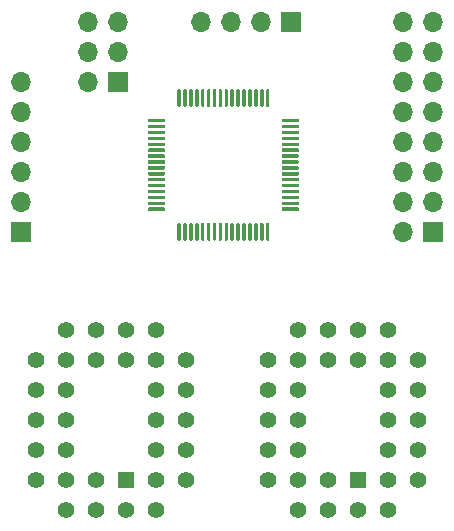
<source format=gbr>
%TF.GenerationSoftware,KiCad,Pcbnew,(5.1.10)-1*%
%TF.CreationDate,2021-12-30T15:20:09-05:00*%
%TF.ProjectId,LPCMangler,4c50434d-616e-4676-9c65-722e6b696361,rev?*%
%TF.SameCoordinates,Original*%
%TF.FileFunction,Soldermask,Bot*%
%TF.FilePolarity,Negative*%
%FSLAX46Y46*%
G04 Gerber Fmt 4.6, Leading zero omitted, Abs format (unit mm)*
G04 Created by KiCad (PCBNEW (5.1.10)-1) date 2021-12-30 15:20:09*
%MOMM*%
%LPD*%
G01*
G04 APERTURE LIST*
%ADD10C,1.422400*%
%ADD11R,1.422400X1.422400*%
%ADD12O,1.700000X1.700000*%
%ADD13R,1.700000X1.700000*%
G04 APERTURE END LIST*
%TO.C,U3*%
G36*
G01*
X161900000Y-83910000D02*
X160575000Y-83910000D01*
G75*
G02*
X160500000Y-83835000I0J75000D01*
G01*
X160500000Y-83685000D01*
G75*
G02*
X160575000Y-83610000I75000J0D01*
G01*
X161900000Y-83610000D01*
G75*
G02*
X161975000Y-83685000I0J-75000D01*
G01*
X161975000Y-83835000D01*
G75*
G02*
X161900000Y-83910000I-75000J0D01*
G01*
G37*
G36*
G01*
X161900000Y-83410000D02*
X160575000Y-83410000D01*
G75*
G02*
X160500000Y-83335000I0J75000D01*
G01*
X160500000Y-83185000D01*
G75*
G02*
X160575000Y-83110000I75000J0D01*
G01*
X161900000Y-83110000D01*
G75*
G02*
X161975000Y-83185000I0J-75000D01*
G01*
X161975000Y-83335000D01*
G75*
G02*
X161900000Y-83410000I-75000J0D01*
G01*
G37*
G36*
G01*
X161900000Y-82910000D02*
X160575000Y-82910000D01*
G75*
G02*
X160500000Y-82835000I0J75000D01*
G01*
X160500000Y-82685000D01*
G75*
G02*
X160575000Y-82610000I75000J0D01*
G01*
X161900000Y-82610000D01*
G75*
G02*
X161975000Y-82685000I0J-75000D01*
G01*
X161975000Y-82835000D01*
G75*
G02*
X161900000Y-82910000I-75000J0D01*
G01*
G37*
G36*
G01*
X161900000Y-82410000D02*
X160575000Y-82410000D01*
G75*
G02*
X160500000Y-82335000I0J75000D01*
G01*
X160500000Y-82185000D01*
G75*
G02*
X160575000Y-82110000I75000J0D01*
G01*
X161900000Y-82110000D01*
G75*
G02*
X161975000Y-82185000I0J-75000D01*
G01*
X161975000Y-82335000D01*
G75*
G02*
X161900000Y-82410000I-75000J0D01*
G01*
G37*
G36*
G01*
X161900000Y-81910000D02*
X160575000Y-81910000D01*
G75*
G02*
X160500000Y-81835000I0J75000D01*
G01*
X160500000Y-81685000D01*
G75*
G02*
X160575000Y-81610000I75000J0D01*
G01*
X161900000Y-81610000D01*
G75*
G02*
X161975000Y-81685000I0J-75000D01*
G01*
X161975000Y-81835000D01*
G75*
G02*
X161900000Y-81910000I-75000J0D01*
G01*
G37*
G36*
G01*
X161900000Y-81410000D02*
X160575000Y-81410000D01*
G75*
G02*
X160500000Y-81335000I0J75000D01*
G01*
X160500000Y-81185000D01*
G75*
G02*
X160575000Y-81110000I75000J0D01*
G01*
X161900000Y-81110000D01*
G75*
G02*
X161975000Y-81185000I0J-75000D01*
G01*
X161975000Y-81335000D01*
G75*
G02*
X161900000Y-81410000I-75000J0D01*
G01*
G37*
G36*
G01*
X161900000Y-80910000D02*
X160575000Y-80910000D01*
G75*
G02*
X160500000Y-80835000I0J75000D01*
G01*
X160500000Y-80685000D01*
G75*
G02*
X160575000Y-80610000I75000J0D01*
G01*
X161900000Y-80610000D01*
G75*
G02*
X161975000Y-80685000I0J-75000D01*
G01*
X161975000Y-80835000D01*
G75*
G02*
X161900000Y-80910000I-75000J0D01*
G01*
G37*
G36*
G01*
X161900000Y-80410000D02*
X160575000Y-80410000D01*
G75*
G02*
X160500000Y-80335000I0J75000D01*
G01*
X160500000Y-80185000D01*
G75*
G02*
X160575000Y-80110000I75000J0D01*
G01*
X161900000Y-80110000D01*
G75*
G02*
X161975000Y-80185000I0J-75000D01*
G01*
X161975000Y-80335000D01*
G75*
G02*
X161900000Y-80410000I-75000J0D01*
G01*
G37*
G36*
G01*
X161900000Y-79910000D02*
X160575000Y-79910000D01*
G75*
G02*
X160500000Y-79835000I0J75000D01*
G01*
X160500000Y-79685000D01*
G75*
G02*
X160575000Y-79610000I75000J0D01*
G01*
X161900000Y-79610000D01*
G75*
G02*
X161975000Y-79685000I0J-75000D01*
G01*
X161975000Y-79835000D01*
G75*
G02*
X161900000Y-79910000I-75000J0D01*
G01*
G37*
G36*
G01*
X161900000Y-79410000D02*
X160575000Y-79410000D01*
G75*
G02*
X160500000Y-79335000I0J75000D01*
G01*
X160500000Y-79185000D01*
G75*
G02*
X160575000Y-79110000I75000J0D01*
G01*
X161900000Y-79110000D01*
G75*
G02*
X161975000Y-79185000I0J-75000D01*
G01*
X161975000Y-79335000D01*
G75*
G02*
X161900000Y-79410000I-75000J0D01*
G01*
G37*
G36*
G01*
X161900000Y-78910000D02*
X160575000Y-78910000D01*
G75*
G02*
X160500000Y-78835000I0J75000D01*
G01*
X160500000Y-78685000D01*
G75*
G02*
X160575000Y-78610000I75000J0D01*
G01*
X161900000Y-78610000D01*
G75*
G02*
X161975000Y-78685000I0J-75000D01*
G01*
X161975000Y-78835000D01*
G75*
G02*
X161900000Y-78910000I-75000J0D01*
G01*
G37*
G36*
G01*
X161900000Y-78410000D02*
X160575000Y-78410000D01*
G75*
G02*
X160500000Y-78335000I0J75000D01*
G01*
X160500000Y-78185000D01*
G75*
G02*
X160575000Y-78110000I75000J0D01*
G01*
X161900000Y-78110000D01*
G75*
G02*
X161975000Y-78185000I0J-75000D01*
G01*
X161975000Y-78335000D01*
G75*
G02*
X161900000Y-78410000I-75000J0D01*
G01*
G37*
G36*
G01*
X161900000Y-77910000D02*
X160575000Y-77910000D01*
G75*
G02*
X160500000Y-77835000I0J75000D01*
G01*
X160500000Y-77685000D01*
G75*
G02*
X160575000Y-77610000I75000J0D01*
G01*
X161900000Y-77610000D01*
G75*
G02*
X161975000Y-77685000I0J-75000D01*
G01*
X161975000Y-77835000D01*
G75*
G02*
X161900000Y-77910000I-75000J0D01*
G01*
G37*
G36*
G01*
X161900000Y-77410000D02*
X160575000Y-77410000D01*
G75*
G02*
X160500000Y-77335000I0J75000D01*
G01*
X160500000Y-77185000D01*
G75*
G02*
X160575000Y-77110000I75000J0D01*
G01*
X161900000Y-77110000D01*
G75*
G02*
X161975000Y-77185000I0J-75000D01*
G01*
X161975000Y-77335000D01*
G75*
G02*
X161900000Y-77410000I-75000J0D01*
G01*
G37*
G36*
G01*
X161900000Y-76910000D02*
X160575000Y-76910000D01*
G75*
G02*
X160500000Y-76835000I0J75000D01*
G01*
X160500000Y-76685000D01*
G75*
G02*
X160575000Y-76610000I75000J0D01*
G01*
X161900000Y-76610000D01*
G75*
G02*
X161975000Y-76685000I0J-75000D01*
G01*
X161975000Y-76835000D01*
G75*
G02*
X161900000Y-76910000I-75000J0D01*
G01*
G37*
G36*
G01*
X161900000Y-76410000D02*
X160575000Y-76410000D01*
G75*
G02*
X160500000Y-76335000I0J75000D01*
G01*
X160500000Y-76185000D01*
G75*
G02*
X160575000Y-76110000I75000J0D01*
G01*
X161900000Y-76110000D01*
G75*
G02*
X161975000Y-76185000I0J-75000D01*
G01*
X161975000Y-76335000D01*
G75*
G02*
X161900000Y-76410000I-75000J0D01*
G01*
G37*
G36*
G01*
X159400000Y-75085000D02*
X159250000Y-75085000D01*
G75*
G02*
X159175000Y-75010000I0J75000D01*
G01*
X159175000Y-73685000D01*
G75*
G02*
X159250000Y-73610000I75000J0D01*
G01*
X159400000Y-73610000D01*
G75*
G02*
X159475000Y-73685000I0J-75000D01*
G01*
X159475000Y-75010000D01*
G75*
G02*
X159400000Y-75085000I-75000J0D01*
G01*
G37*
G36*
G01*
X158900000Y-75085000D02*
X158750000Y-75085000D01*
G75*
G02*
X158675000Y-75010000I0J75000D01*
G01*
X158675000Y-73685000D01*
G75*
G02*
X158750000Y-73610000I75000J0D01*
G01*
X158900000Y-73610000D01*
G75*
G02*
X158975000Y-73685000I0J-75000D01*
G01*
X158975000Y-75010000D01*
G75*
G02*
X158900000Y-75085000I-75000J0D01*
G01*
G37*
G36*
G01*
X158400000Y-75085000D02*
X158250000Y-75085000D01*
G75*
G02*
X158175000Y-75010000I0J75000D01*
G01*
X158175000Y-73685000D01*
G75*
G02*
X158250000Y-73610000I75000J0D01*
G01*
X158400000Y-73610000D01*
G75*
G02*
X158475000Y-73685000I0J-75000D01*
G01*
X158475000Y-75010000D01*
G75*
G02*
X158400000Y-75085000I-75000J0D01*
G01*
G37*
G36*
G01*
X157900000Y-75085000D02*
X157750000Y-75085000D01*
G75*
G02*
X157675000Y-75010000I0J75000D01*
G01*
X157675000Y-73685000D01*
G75*
G02*
X157750000Y-73610000I75000J0D01*
G01*
X157900000Y-73610000D01*
G75*
G02*
X157975000Y-73685000I0J-75000D01*
G01*
X157975000Y-75010000D01*
G75*
G02*
X157900000Y-75085000I-75000J0D01*
G01*
G37*
G36*
G01*
X157400000Y-75085000D02*
X157250000Y-75085000D01*
G75*
G02*
X157175000Y-75010000I0J75000D01*
G01*
X157175000Y-73685000D01*
G75*
G02*
X157250000Y-73610000I75000J0D01*
G01*
X157400000Y-73610000D01*
G75*
G02*
X157475000Y-73685000I0J-75000D01*
G01*
X157475000Y-75010000D01*
G75*
G02*
X157400000Y-75085000I-75000J0D01*
G01*
G37*
G36*
G01*
X156900000Y-75085000D02*
X156750000Y-75085000D01*
G75*
G02*
X156675000Y-75010000I0J75000D01*
G01*
X156675000Y-73685000D01*
G75*
G02*
X156750000Y-73610000I75000J0D01*
G01*
X156900000Y-73610000D01*
G75*
G02*
X156975000Y-73685000I0J-75000D01*
G01*
X156975000Y-75010000D01*
G75*
G02*
X156900000Y-75085000I-75000J0D01*
G01*
G37*
G36*
G01*
X156400000Y-75085000D02*
X156250000Y-75085000D01*
G75*
G02*
X156175000Y-75010000I0J75000D01*
G01*
X156175000Y-73685000D01*
G75*
G02*
X156250000Y-73610000I75000J0D01*
G01*
X156400000Y-73610000D01*
G75*
G02*
X156475000Y-73685000I0J-75000D01*
G01*
X156475000Y-75010000D01*
G75*
G02*
X156400000Y-75085000I-75000J0D01*
G01*
G37*
G36*
G01*
X155900000Y-75085000D02*
X155750000Y-75085000D01*
G75*
G02*
X155675000Y-75010000I0J75000D01*
G01*
X155675000Y-73685000D01*
G75*
G02*
X155750000Y-73610000I75000J0D01*
G01*
X155900000Y-73610000D01*
G75*
G02*
X155975000Y-73685000I0J-75000D01*
G01*
X155975000Y-75010000D01*
G75*
G02*
X155900000Y-75085000I-75000J0D01*
G01*
G37*
G36*
G01*
X155400000Y-75085000D02*
X155250000Y-75085000D01*
G75*
G02*
X155175000Y-75010000I0J75000D01*
G01*
X155175000Y-73685000D01*
G75*
G02*
X155250000Y-73610000I75000J0D01*
G01*
X155400000Y-73610000D01*
G75*
G02*
X155475000Y-73685000I0J-75000D01*
G01*
X155475000Y-75010000D01*
G75*
G02*
X155400000Y-75085000I-75000J0D01*
G01*
G37*
G36*
G01*
X154900000Y-75085000D02*
X154750000Y-75085000D01*
G75*
G02*
X154675000Y-75010000I0J75000D01*
G01*
X154675000Y-73685000D01*
G75*
G02*
X154750000Y-73610000I75000J0D01*
G01*
X154900000Y-73610000D01*
G75*
G02*
X154975000Y-73685000I0J-75000D01*
G01*
X154975000Y-75010000D01*
G75*
G02*
X154900000Y-75085000I-75000J0D01*
G01*
G37*
G36*
G01*
X154400000Y-75085000D02*
X154250000Y-75085000D01*
G75*
G02*
X154175000Y-75010000I0J75000D01*
G01*
X154175000Y-73685000D01*
G75*
G02*
X154250000Y-73610000I75000J0D01*
G01*
X154400000Y-73610000D01*
G75*
G02*
X154475000Y-73685000I0J-75000D01*
G01*
X154475000Y-75010000D01*
G75*
G02*
X154400000Y-75085000I-75000J0D01*
G01*
G37*
G36*
G01*
X153900000Y-75085000D02*
X153750000Y-75085000D01*
G75*
G02*
X153675000Y-75010000I0J75000D01*
G01*
X153675000Y-73685000D01*
G75*
G02*
X153750000Y-73610000I75000J0D01*
G01*
X153900000Y-73610000D01*
G75*
G02*
X153975000Y-73685000I0J-75000D01*
G01*
X153975000Y-75010000D01*
G75*
G02*
X153900000Y-75085000I-75000J0D01*
G01*
G37*
G36*
G01*
X153400000Y-75085000D02*
X153250000Y-75085000D01*
G75*
G02*
X153175000Y-75010000I0J75000D01*
G01*
X153175000Y-73685000D01*
G75*
G02*
X153250000Y-73610000I75000J0D01*
G01*
X153400000Y-73610000D01*
G75*
G02*
X153475000Y-73685000I0J-75000D01*
G01*
X153475000Y-75010000D01*
G75*
G02*
X153400000Y-75085000I-75000J0D01*
G01*
G37*
G36*
G01*
X152900000Y-75085000D02*
X152750000Y-75085000D01*
G75*
G02*
X152675000Y-75010000I0J75000D01*
G01*
X152675000Y-73685000D01*
G75*
G02*
X152750000Y-73610000I75000J0D01*
G01*
X152900000Y-73610000D01*
G75*
G02*
X152975000Y-73685000I0J-75000D01*
G01*
X152975000Y-75010000D01*
G75*
G02*
X152900000Y-75085000I-75000J0D01*
G01*
G37*
G36*
G01*
X152400000Y-75085000D02*
X152250000Y-75085000D01*
G75*
G02*
X152175000Y-75010000I0J75000D01*
G01*
X152175000Y-73685000D01*
G75*
G02*
X152250000Y-73610000I75000J0D01*
G01*
X152400000Y-73610000D01*
G75*
G02*
X152475000Y-73685000I0J-75000D01*
G01*
X152475000Y-75010000D01*
G75*
G02*
X152400000Y-75085000I-75000J0D01*
G01*
G37*
G36*
G01*
X151900000Y-75085000D02*
X151750000Y-75085000D01*
G75*
G02*
X151675000Y-75010000I0J75000D01*
G01*
X151675000Y-73685000D01*
G75*
G02*
X151750000Y-73610000I75000J0D01*
G01*
X151900000Y-73610000D01*
G75*
G02*
X151975000Y-73685000I0J-75000D01*
G01*
X151975000Y-75010000D01*
G75*
G02*
X151900000Y-75085000I-75000J0D01*
G01*
G37*
G36*
G01*
X150575000Y-76410000D02*
X149250000Y-76410000D01*
G75*
G02*
X149175000Y-76335000I0J75000D01*
G01*
X149175000Y-76185000D01*
G75*
G02*
X149250000Y-76110000I75000J0D01*
G01*
X150575000Y-76110000D01*
G75*
G02*
X150650000Y-76185000I0J-75000D01*
G01*
X150650000Y-76335000D01*
G75*
G02*
X150575000Y-76410000I-75000J0D01*
G01*
G37*
G36*
G01*
X150575000Y-76910000D02*
X149250000Y-76910000D01*
G75*
G02*
X149175000Y-76835000I0J75000D01*
G01*
X149175000Y-76685000D01*
G75*
G02*
X149250000Y-76610000I75000J0D01*
G01*
X150575000Y-76610000D01*
G75*
G02*
X150650000Y-76685000I0J-75000D01*
G01*
X150650000Y-76835000D01*
G75*
G02*
X150575000Y-76910000I-75000J0D01*
G01*
G37*
G36*
G01*
X150575000Y-77410000D02*
X149250000Y-77410000D01*
G75*
G02*
X149175000Y-77335000I0J75000D01*
G01*
X149175000Y-77185000D01*
G75*
G02*
X149250000Y-77110000I75000J0D01*
G01*
X150575000Y-77110000D01*
G75*
G02*
X150650000Y-77185000I0J-75000D01*
G01*
X150650000Y-77335000D01*
G75*
G02*
X150575000Y-77410000I-75000J0D01*
G01*
G37*
G36*
G01*
X150575000Y-77910000D02*
X149250000Y-77910000D01*
G75*
G02*
X149175000Y-77835000I0J75000D01*
G01*
X149175000Y-77685000D01*
G75*
G02*
X149250000Y-77610000I75000J0D01*
G01*
X150575000Y-77610000D01*
G75*
G02*
X150650000Y-77685000I0J-75000D01*
G01*
X150650000Y-77835000D01*
G75*
G02*
X150575000Y-77910000I-75000J0D01*
G01*
G37*
G36*
G01*
X150575000Y-78410000D02*
X149250000Y-78410000D01*
G75*
G02*
X149175000Y-78335000I0J75000D01*
G01*
X149175000Y-78185000D01*
G75*
G02*
X149250000Y-78110000I75000J0D01*
G01*
X150575000Y-78110000D01*
G75*
G02*
X150650000Y-78185000I0J-75000D01*
G01*
X150650000Y-78335000D01*
G75*
G02*
X150575000Y-78410000I-75000J0D01*
G01*
G37*
G36*
G01*
X150575000Y-78910000D02*
X149250000Y-78910000D01*
G75*
G02*
X149175000Y-78835000I0J75000D01*
G01*
X149175000Y-78685000D01*
G75*
G02*
X149250000Y-78610000I75000J0D01*
G01*
X150575000Y-78610000D01*
G75*
G02*
X150650000Y-78685000I0J-75000D01*
G01*
X150650000Y-78835000D01*
G75*
G02*
X150575000Y-78910000I-75000J0D01*
G01*
G37*
G36*
G01*
X150575000Y-79410000D02*
X149250000Y-79410000D01*
G75*
G02*
X149175000Y-79335000I0J75000D01*
G01*
X149175000Y-79185000D01*
G75*
G02*
X149250000Y-79110000I75000J0D01*
G01*
X150575000Y-79110000D01*
G75*
G02*
X150650000Y-79185000I0J-75000D01*
G01*
X150650000Y-79335000D01*
G75*
G02*
X150575000Y-79410000I-75000J0D01*
G01*
G37*
G36*
G01*
X150575000Y-79910000D02*
X149250000Y-79910000D01*
G75*
G02*
X149175000Y-79835000I0J75000D01*
G01*
X149175000Y-79685000D01*
G75*
G02*
X149250000Y-79610000I75000J0D01*
G01*
X150575000Y-79610000D01*
G75*
G02*
X150650000Y-79685000I0J-75000D01*
G01*
X150650000Y-79835000D01*
G75*
G02*
X150575000Y-79910000I-75000J0D01*
G01*
G37*
G36*
G01*
X150575000Y-80410000D02*
X149250000Y-80410000D01*
G75*
G02*
X149175000Y-80335000I0J75000D01*
G01*
X149175000Y-80185000D01*
G75*
G02*
X149250000Y-80110000I75000J0D01*
G01*
X150575000Y-80110000D01*
G75*
G02*
X150650000Y-80185000I0J-75000D01*
G01*
X150650000Y-80335000D01*
G75*
G02*
X150575000Y-80410000I-75000J0D01*
G01*
G37*
G36*
G01*
X150575000Y-80910000D02*
X149250000Y-80910000D01*
G75*
G02*
X149175000Y-80835000I0J75000D01*
G01*
X149175000Y-80685000D01*
G75*
G02*
X149250000Y-80610000I75000J0D01*
G01*
X150575000Y-80610000D01*
G75*
G02*
X150650000Y-80685000I0J-75000D01*
G01*
X150650000Y-80835000D01*
G75*
G02*
X150575000Y-80910000I-75000J0D01*
G01*
G37*
G36*
G01*
X150575000Y-81410000D02*
X149250000Y-81410000D01*
G75*
G02*
X149175000Y-81335000I0J75000D01*
G01*
X149175000Y-81185000D01*
G75*
G02*
X149250000Y-81110000I75000J0D01*
G01*
X150575000Y-81110000D01*
G75*
G02*
X150650000Y-81185000I0J-75000D01*
G01*
X150650000Y-81335000D01*
G75*
G02*
X150575000Y-81410000I-75000J0D01*
G01*
G37*
G36*
G01*
X150575000Y-81910000D02*
X149250000Y-81910000D01*
G75*
G02*
X149175000Y-81835000I0J75000D01*
G01*
X149175000Y-81685000D01*
G75*
G02*
X149250000Y-81610000I75000J0D01*
G01*
X150575000Y-81610000D01*
G75*
G02*
X150650000Y-81685000I0J-75000D01*
G01*
X150650000Y-81835000D01*
G75*
G02*
X150575000Y-81910000I-75000J0D01*
G01*
G37*
G36*
G01*
X150575000Y-82410000D02*
X149250000Y-82410000D01*
G75*
G02*
X149175000Y-82335000I0J75000D01*
G01*
X149175000Y-82185000D01*
G75*
G02*
X149250000Y-82110000I75000J0D01*
G01*
X150575000Y-82110000D01*
G75*
G02*
X150650000Y-82185000I0J-75000D01*
G01*
X150650000Y-82335000D01*
G75*
G02*
X150575000Y-82410000I-75000J0D01*
G01*
G37*
G36*
G01*
X150575000Y-82910000D02*
X149250000Y-82910000D01*
G75*
G02*
X149175000Y-82835000I0J75000D01*
G01*
X149175000Y-82685000D01*
G75*
G02*
X149250000Y-82610000I75000J0D01*
G01*
X150575000Y-82610000D01*
G75*
G02*
X150650000Y-82685000I0J-75000D01*
G01*
X150650000Y-82835000D01*
G75*
G02*
X150575000Y-82910000I-75000J0D01*
G01*
G37*
G36*
G01*
X150575000Y-83410000D02*
X149250000Y-83410000D01*
G75*
G02*
X149175000Y-83335000I0J75000D01*
G01*
X149175000Y-83185000D01*
G75*
G02*
X149250000Y-83110000I75000J0D01*
G01*
X150575000Y-83110000D01*
G75*
G02*
X150650000Y-83185000I0J-75000D01*
G01*
X150650000Y-83335000D01*
G75*
G02*
X150575000Y-83410000I-75000J0D01*
G01*
G37*
G36*
G01*
X150575000Y-83910000D02*
X149250000Y-83910000D01*
G75*
G02*
X149175000Y-83835000I0J75000D01*
G01*
X149175000Y-83685000D01*
G75*
G02*
X149250000Y-83610000I75000J0D01*
G01*
X150575000Y-83610000D01*
G75*
G02*
X150650000Y-83685000I0J-75000D01*
G01*
X150650000Y-83835000D01*
G75*
G02*
X150575000Y-83910000I-75000J0D01*
G01*
G37*
G36*
G01*
X151900000Y-86410000D02*
X151750000Y-86410000D01*
G75*
G02*
X151675000Y-86335000I0J75000D01*
G01*
X151675000Y-85010000D01*
G75*
G02*
X151750000Y-84935000I75000J0D01*
G01*
X151900000Y-84935000D01*
G75*
G02*
X151975000Y-85010000I0J-75000D01*
G01*
X151975000Y-86335000D01*
G75*
G02*
X151900000Y-86410000I-75000J0D01*
G01*
G37*
G36*
G01*
X152400000Y-86410000D02*
X152250000Y-86410000D01*
G75*
G02*
X152175000Y-86335000I0J75000D01*
G01*
X152175000Y-85010000D01*
G75*
G02*
X152250000Y-84935000I75000J0D01*
G01*
X152400000Y-84935000D01*
G75*
G02*
X152475000Y-85010000I0J-75000D01*
G01*
X152475000Y-86335000D01*
G75*
G02*
X152400000Y-86410000I-75000J0D01*
G01*
G37*
G36*
G01*
X152900000Y-86410000D02*
X152750000Y-86410000D01*
G75*
G02*
X152675000Y-86335000I0J75000D01*
G01*
X152675000Y-85010000D01*
G75*
G02*
X152750000Y-84935000I75000J0D01*
G01*
X152900000Y-84935000D01*
G75*
G02*
X152975000Y-85010000I0J-75000D01*
G01*
X152975000Y-86335000D01*
G75*
G02*
X152900000Y-86410000I-75000J0D01*
G01*
G37*
G36*
G01*
X153400000Y-86410000D02*
X153250000Y-86410000D01*
G75*
G02*
X153175000Y-86335000I0J75000D01*
G01*
X153175000Y-85010000D01*
G75*
G02*
X153250000Y-84935000I75000J0D01*
G01*
X153400000Y-84935000D01*
G75*
G02*
X153475000Y-85010000I0J-75000D01*
G01*
X153475000Y-86335000D01*
G75*
G02*
X153400000Y-86410000I-75000J0D01*
G01*
G37*
G36*
G01*
X153900000Y-86410000D02*
X153750000Y-86410000D01*
G75*
G02*
X153675000Y-86335000I0J75000D01*
G01*
X153675000Y-85010000D01*
G75*
G02*
X153750000Y-84935000I75000J0D01*
G01*
X153900000Y-84935000D01*
G75*
G02*
X153975000Y-85010000I0J-75000D01*
G01*
X153975000Y-86335000D01*
G75*
G02*
X153900000Y-86410000I-75000J0D01*
G01*
G37*
G36*
G01*
X154400000Y-86410000D02*
X154250000Y-86410000D01*
G75*
G02*
X154175000Y-86335000I0J75000D01*
G01*
X154175000Y-85010000D01*
G75*
G02*
X154250000Y-84935000I75000J0D01*
G01*
X154400000Y-84935000D01*
G75*
G02*
X154475000Y-85010000I0J-75000D01*
G01*
X154475000Y-86335000D01*
G75*
G02*
X154400000Y-86410000I-75000J0D01*
G01*
G37*
G36*
G01*
X154900000Y-86410000D02*
X154750000Y-86410000D01*
G75*
G02*
X154675000Y-86335000I0J75000D01*
G01*
X154675000Y-85010000D01*
G75*
G02*
X154750000Y-84935000I75000J0D01*
G01*
X154900000Y-84935000D01*
G75*
G02*
X154975000Y-85010000I0J-75000D01*
G01*
X154975000Y-86335000D01*
G75*
G02*
X154900000Y-86410000I-75000J0D01*
G01*
G37*
G36*
G01*
X155400000Y-86410000D02*
X155250000Y-86410000D01*
G75*
G02*
X155175000Y-86335000I0J75000D01*
G01*
X155175000Y-85010000D01*
G75*
G02*
X155250000Y-84935000I75000J0D01*
G01*
X155400000Y-84935000D01*
G75*
G02*
X155475000Y-85010000I0J-75000D01*
G01*
X155475000Y-86335000D01*
G75*
G02*
X155400000Y-86410000I-75000J0D01*
G01*
G37*
G36*
G01*
X155900000Y-86410000D02*
X155750000Y-86410000D01*
G75*
G02*
X155675000Y-86335000I0J75000D01*
G01*
X155675000Y-85010000D01*
G75*
G02*
X155750000Y-84935000I75000J0D01*
G01*
X155900000Y-84935000D01*
G75*
G02*
X155975000Y-85010000I0J-75000D01*
G01*
X155975000Y-86335000D01*
G75*
G02*
X155900000Y-86410000I-75000J0D01*
G01*
G37*
G36*
G01*
X156400000Y-86410000D02*
X156250000Y-86410000D01*
G75*
G02*
X156175000Y-86335000I0J75000D01*
G01*
X156175000Y-85010000D01*
G75*
G02*
X156250000Y-84935000I75000J0D01*
G01*
X156400000Y-84935000D01*
G75*
G02*
X156475000Y-85010000I0J-75000D01*
G01*
X156475000Y-86335000D01*
G75*
G02*
X156400000Y-86410000I-75000J0D01*
G01*
G37*
G36*
G01*
X156900000Y-86410000D02*
X156750000Y-86410000D01*
G75*
G02*
X156675000Y-86335000I0J75000D01*
G01*
X156675000Y-85010000D01*
G75*
G02*
X156750000Y-84935000I75000J0D01*
G01*
X156900000Y-84935000D01*
G75*
G02*
X156975000Y-85010000I0J-75000D01*
G01*
X156975000Y-86335000D01*
G75*
G02*
X156900000Y-86410000I-75000J0D01*
G01*
G37*
G36*
G01*
X157400000Y-86410000D02*
X157250000Y-86410000D01*
G75*
G02*
X157175000Y-86335000I0J75000D01*
G01*
X157175000Y-85010000D01*
G75*
G02*
X157250000Y-84935000I75000J0D01*
G01*
X157400000Y-84935000D01*
G75*
G02*
X157475000Y-85010000I0J-75000D01*
G01*
X157475000Y-86335000D01*
G75*
G02*
X157400000Y-86410000I-75000J0D01*
G01*
G37*
G36*
G01*
X157900000Y-86410000D02*
X157750000Y-86410000D01*
G75*
G02*
X157675000Y-86335000I0J75000D01*
G01*
X157675000Y-85010000D01*
G75*
G02*
X157750000Y-84935000I75000J0D01*
G01*
X157900000Y-84935000D01*
G75*
G02*
X157975000Y-85010000I0J-75000D01*
G01*
X157975000Y-86335000D01*
G75*
G02*
X157900000Y-86410000I-75000J0D01*
G01*
G37*
G36*
G01*
X158400000Y-86410000D02*
X158250000Y-86410000D01*
G75*
G02*
X158175000Y-86335000I0J75000D01*
G01*
X158175000Y-85010000D01*
G75*
G02*
X158250000Y-84935000I75000J0D01*
G01*
X158400000Y-84935000D01*
G75*
G02*
X158475000Y-85010000I0J-75000D01*
G01*
X158475000Y-86335000D01*
G75*
G02*
X158400000Y-86410000I-75000J0D01*
G01*
G37*
G36*
G01*
X158900000Y-86410000D02*
X158750000Y-86410000D01*
G75*
G02*
X158675000Y-86335000I0J75000D01*
G01*
X158675000Y-85010000D01*
G75*
G02*
X158750000Y-84935000I75000J0D01*
G01*
X158900000Y-84935000D01*
G75*
G02*
X158975000Y-85010000I0J-75000D01*
G01*
X158975000Y-86335000D01*
G75*
G02*
X158900000Y-86410000I-75000J0D01*
G01*
G37*
G36*
G01*
X159400000Y-86410000D02*
X159250000Y-86410000D01*
G75*
G02*
X159175000Y-86335000I0J75000D01*
G01*
X159175000Y-85010000D01*
G75*
G02*
X159250000Y-84935000I75000J0D01*
G01*
X159400000Y-84935000D01*
G75*
G02*
X159475000Y-85010000I0J-75000D01*
G01*
X159475000Y-86335000D01*
G75*
G02*
X159400000Y-86410000I-75000J0D01*
G01*
G37*
%TD*%
D10*
%TO.C,U2*%
X152400000Y-106680000D03*
X152400000Y-104140000D03*
X152400000Y-101600000D03*
X152400000Y-99060000D03*
X149860000Y-104140000D03*
X149860000Y-101600000D03*
X149860000Y-99060000D03*
X149860000Y-96520000D03*
X149860000Y-93980000D03*
X147320000Y-93980000D03*
X144780000Y-93980000D03*
X142240000Y-93980000D03*
X152400000Y-96520000D03*
X147320000Y-96520000D03*
X144780000Y-96520000D03*
X142240000Y-96520000D03*
X139700000Y-96520000D03*
X139700000Y-99060000D03*
X139700000Y-101600000D03*
X139700000Y-104140000D03*
X139700000Y-106680000D03*
X142240000Y-99060000D03*
X142240000Y-101600000D03*
X142240000Y-104140000D03*
X142240000Y-106680000D03*
X149860000Y-109220000D03*
X147320000Y-109220000D03*
X142240000Y-109220000D03*
X144780000Y-109220000D03*
X149860000Y-106680000D03*
X144780000Y-106680000D03*
D11*
X147320000Y-106680000D03*
%TD*%
D10*
%TO.C,U1*%
X172085000Y-106680000D03*
X172085000Y-104140000D03*
X172085000Y-101600000D03*
X172085000Y-99060000D03*
X169545000Y-104140000D03*
X169545000Y-101600000D03*
X169545000Y-99060000D03*
X169545000Y-96520000D03*
X169545000Y-93980000D03*
X167005000Y-93980000D03*
X164465000Y-93980000D03*
X161925000Y-93980000D03*
X172085000Y-96520000D03*
X167005000Y-96520000D03*
X164465000Y-96520000D03*
X161925000Y-96520000D03*
X159385000Y-96520000D03*
X159385000Y-99060000D03*
X159385000Y-101600000D03*
X159385000Y-104140000D03*
X159385000Y-106680000D03*
X161925000Y-99060000D03*
X161925000Y-101600000D03*
X161925000Y-104140000D03*
X161925000Y-106680000D03*
X169545000Y-109220000D03*
X167005000Y-109220000D03*
X161925000Y-109220000D03*
X164465000Y-109220000D03*
X169545000Y-106680000D03*
X164465000Y-106680000D03*
D11*
X167005000Y-106680000D03*
%TD*%
D12*
%TO.C,JP1*%
X144145000Y-67945000D03*
X146685000Y-67945000D03*
X144145000Y-70485000D03*
X146685000Y-70485000D03*
X144145000Y-73025000D03*
D13*
X146685000Y-73025000D03*
%TD*%
D12*
%TO.C,J3*%
X153670000Y-67945000D03*
X156210000Y-67945000D03*
X158750000Y-67945000D03*
D13*
X161290000Y-67945000D03*
%TD*%
D12*
%TO.C,J2*%
X138430000Y-73025000D03*
X138430000Y-75565000D03*
X138430000Y-78105000D03*
X138430000Y-80645000D03*
X138430000Y-83185000D03*
D13*
X138430000Y-85725000D03*
%TD*%
D12*
%TO.C,J1*%
X170815000Y-67945000D03*
X173355000Y-67945000D03*
X170815000Y-70485000D03*
X173355000Y-70485000D03*
X170815000Y-73025000D03*
X173355000Y-73025000D03*
X170815000Y-75565000D03*
X173355000Y-75565000D03*
X170815000Y-78105000D03*
X173355000Y-78105000D03*
X170815000Y-80645000D03*
X173355000Y-80645000D03*
X170815000Y-83185000D03*
X173355000Y-83185000D03*
X170815000Y-85725000D03*
D13*
X173355000Y-85725000D03*
%TD*%
M02*

</source>
